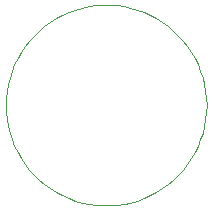
<source format=gko>
%FSTAX23Y23*%
%MOIN*%
%SFA1B1*%

%IPPOS*%
%ADD35C,0.004000*%
%LNencoder_pcb-1*%
%LPD*%
G54D35*
X00335Y0D02*
D01*
X00334Y00023*
X00331Y00046*
X00327Y00069*
X00322Y00092*
X00314Y00114*
X00306Y00136*
X00295Y00157*
X00284Y00177*
X00271Y00196*
X00256Y00215*
X0024Y00232*
X00224Y00248*
X00206Y00263*
X00187Y00277*
X00167Y0029*
X00146Y00301*
X00125Y0031*
X00103Y00318*
X00081Y00325*
X00058Y00329*
X00035Y00333*
X00011Y00334*
X-00011*
X-00035Y00333*
X-00058Y00329*
X-00081Y00325*
X-00103Y00318*
X-00125Y0031*
X-00146Y00301*
X-00167Y0029*
X-00187Y00277*
X-00206Y00263*
X-00224Y00248*
X-0024Y00232*
X-00256Y00215*
X-00271Y00196*
X-00284Y00177*
X-00295Y00157*
X-00306Y00136*
X-00314Y00114*
X-00322Y00092*
X-00327Y00069*
X-00331Y00046*
X-00334Y00023*
X-00335Y0*
X-00334Y-00023*
X-00331Y-00046*
X-00327Y-00069*
X-00322Y-00092*
X-00314Y-00114*
X-00306Y-00136*
X-00295Y-00157*
X-00284Y-00177*
X-00271Y-00196*
X-00256Y-00215*
X-0024Y-00232*
X-00224Y-00248*
X-00206Y-00263*
X-00187Y-00277*
X-00167Y-0029*
X-00146Y-00301*
X-00125Y-0031*
X-00103Y-00318*
X-00081Y-00325*
X-00058Y-00329*
X-00035Y-00333*
X-00011Y-00334*
X00011*
X00035Y-00333*
X00058Y-00329*
X00081Y-00325*
X00103Y-00318*
X00125Y-0031*
X00146Y-00301*
X00167Y-0029*
X00187Y-00277*
X00206Y-00263*
X00224Y-00248*
X0024Y-00232*
X00256Y-00215*
X00271Y-00196*
X00284Y-00177*
X00295Y-00157*
X00306Y-00136*
X00314Y-00114*
X00322Y-00092*
X00327Y-00069*
X00331Y-00046*
X00334Y-00023*
X00335Y0*
M02*
</source>
